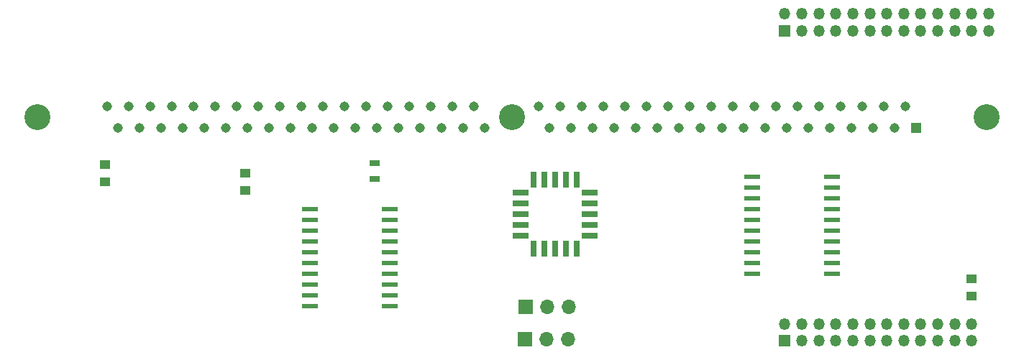
<source format=gbr>
%TF.GenerationSoftware,KiCad,Pcbnew,(5.1.9)-1*%
%TF.CreationDate,2021-01-17T12:11:35+11:00*%
%TF.ProjectId,SIMMCON,53494d4d-434f-44e2-9e6b-696361645f70,rev?*%
%TF.SameCoordinates,Original*%
%TF.FileFunction,Soldermask,Top*%
%TF.FilePolarity,Negative*%
%FSLAX46Y46*%
G04 Gerber Fmt 4.6, Leading zero omitted, Abs format (unit mm)*
G04 Created by KiCad (PCBNEW (5.1.9)-1) date 2021-01-17 12:11:35*
%MOMM*%
%LPD*%
G01*
G04 APERTURE LIST*
%ADD10R,1.300000X0.700000*%
%ADD11R,1.250000X1.000000*%
%ADD12R,0.700000X1.925000*%
%ADD13R,1.925000X0.700000*%
%ADD14R,1.950000X0.600000*%
%ADD15R,1.700000X1.700000*%
%ADD16O,1.700000X1.700000*%
%ADD17C,3.048000*%
%ADD18R,1.143000X1.143000*%
%ADD19C,1.143000*%
%ADD20R,1.350000X1.350000*%
%ADD21O,1.350000X1.350000*%
G04 APERTURE END LIST*
D10*
%TO.C,R1*%
X82931000Y-115890000D03*
X82931000Y-117790000D03*
%TD*%
D11*
%TO.C,C4*%
X67691000Y-117110000D03*
X67691000Y-119110000D03*
%TD*%
%TO.C,C3*%
X153162000Y-131556000D03*
X153162000Y-129556000D03*
%TD*%
%TO.C,C2*%
X51181000Y-116110000D03*
X51181000Y-118110000D03*
%TD*%
D12*
%TO.C,U0*%
X104140000Y-117867500D03*
X102870000Y-117867500D03*
X101600000Y-117867500D03*
X105410000Y-117867500D03*
X106680000Y-117867500D03*
D13*
X100087500Y-119380000D03*
X100087500Y-120650000D03*
X100087500Y-121920000D03*
X100087500Y-123190000D03*
X100087500Y-124460000D03*
D12*
X101600000Y-125972500D03*
X102870000Y-125972500D03*
X104140000Y-125972500D03*
X105410000Y-125972500D03*
X106680000Y-125972500D03*
D13*
X108192500Y-124460000D03*
X108192500Y-123190000D03*
X108192500Y-121920000D03*
X108192500Y-120650000D03*
X108192500Y-119380000D03*
%TD*%
D14*
%TO.C,U2*%
X75310000Y-121285000D03*
X75310000Y-122555000D03*
X75310000Y-123825000D03*
X75310000Y-125095000D03*
X75310000Y-126365000D03*
X75310000Y-127635000D03*
X75310000Y-128905000D03*
X75310000Y-130175000D03*
X75310000Y-131445000D03*
X75310000Y-132715000D03*
X84710000Y-132715000D03*
X84710000Y-131445000D03*
X84710000Y-130175000D03*
X84710000Y-128905000D03*
X84710000Y-127635000D03*
X84710000Y-126365000D03*
X84710000Y-125095000D03*
X84710000Y-123825000D03*
X84710000Y-122555000D03*
X84710000Y-121285000D03*
%TD*%
%TO.C,U1*%
X136780000Y-128905000D03*
X136780000Y-127635000D03*
X136780000Y-126365000D03*
X136780000Y-125095000D03*
X136780000Y-123825000D03*
X136780000Y-122555000D03*
X136780000Y-121285000D03*
X136780000Y-120015000D03*
X136780000Y-118745000D03*
X136780000Y-117475000D03*
X127380000Y-117475000D03*
X127380000Y-118745000D03*
X127380000Y-120015000D03*
X127380000Y-121285000D03*
X127380000Y-122555000D03*
X127380000Y-123825000D03*
X127380000Y-125095000D03*
X127380000Y-126365000D03*
X127380000Y-127635000D03*
X127380000Y-128905000D03*
%TD*%
D15*
%TO.C,JP2*%
X100711000Y-132842000D03*
D16*
X103251000Y-132842000D03*
X105791000Y-132842000D03*
%TD*%
D15*
%TO.C,JP1*%
X100584000Y-136652000D03*
D16*
X103124000Y-136652000D03*
X105664000Y-136652000D03*
%TD*%
D17*
%TO.C,SIMM72*%
X99060000Y-110490000D03*
X43180000Y-110490000D03*
X154940000Y-110490000D03*
D18*
X146685000Y-111760000D03*
D19*
X145415000Y-109220000D03*
X144145000Y-111760000D03*
X142875000Y-109220000D03*
X141605000Y-111760000D03*
X140335000Y-109220000D03*
X139065000Y-111760000D03*
X137795000Y-109220000D03*
X136525000Y-111760000D03*
X135255000Y-109220000D03*
X133985000Y-111760000D03*
X132715000Y-109220000D03*
X131445000Y-111760000D03*
X130175000Y-109220000D03*
X128905000Y-111760000D03*
X127635000Y-109220000D03*
X126365000Y-111760000D03*
X125095000Y-109220000D03*
X123825000Y-111760000D03*
X122555000Y-109220000D03*
X121285000Y-111760000D03*
X120015000Y-109220000D03*
X118745000Y-111760000D03*
X117475000Y-109220000D03*
X116205000Y-111760000D03*
X114935000Y-109220000D03*
X113665000Y-111760000D03*
X112395000Y-109220000D03*
X111125000Y-111760000D03*
X109855000Y-109220000D03*
X108585000Y-111760000D03*
X107315000Y-109220000D03*
X106045000Y-111760000D03*
X104775000Y-109220000D03*
X103505000Y-111760000D03*
X102235000Y-109220000D03*
X95885000Y-111760000D03*
X94615000Y-109220000D03*
X93345000Y-111760000D03*
X92075000Y-109220000D03*
X90805000Y-111760000D03*
X89535000Y-109220000D03*
X88265000Y-111760000D03*
X86995000Y-109220000D03*
X85725000Y-111760000D03*
X84455000Y-109220000D03*
X83185000Y-111760000D03*
X81915000Y-109220000D03*
X80645000Y-111760000D03*
X79375000Y-109220000D03*
X78105000Y-111760000D03*
X76835000Y-109220000D03*
X75565000Y-111760000D03*
X74295000Y-109220000D03*
X73025000Y-111760000D03*
X71755000Y-109220000D03*
X70485000Y-111760000D03*
X69215000Y-109220000D03*
X67945000Y-111760000D03*
X66675000Y-109220000D03*
X65405000Y-111760000D03*
X64135000Y-109220000D03*
X62865000Y-111760000D03*
X61595000Y-109220000D03*
X60325000Y-111760000D03*
X59055000Y-109220000D03*
X57785000Y-111760000D03*
X56515000Y-109220000D03*
X55245000Y-111760000D03*
X53975000Y-109220000D03*
X52705000Y-111760000D03*
X51435000Y-109220000D03*
%TD*%
D20*
%TO.C,J1*%
X131191000Y-100330000D03*
D21*
X131191000Y-98330000D03*
X133191000Y-100330000D03*
X133191000Y-98330000D03*
X135191000Y-100330000D03*
X135191000Y-98330000D03*
X137191000Y-100330000D03*
X137191000Y-98330000D03*
X139191000Y-100330000D03*
X139191000Y-98330000D03*
X141191000Y-100330000D03*
X141191000Y-98330000D03*
X143191000Y-100330000D03*
X143191000Y-98330000D03*
X145191000Y-100330000D03*
X145191000Y-98330000D03*
X147191000Y-100330000D03*
X147191000Y-98330000D03*
X149191000Y-100330000D03*
X149191000Y-98330000D03*
X151191000Y-100330000D03*
X151191000Y-98330000D03*
X153191000Y-100330000D03*
X153191000Y-98330000D03*
X155191000Y-100330000D03*
X155191000Y-98330000D03*
%TD*%
D20*
%TO.C,J2*%
X131191000Y-136842000D03*
D21*
X131191000Y-134842000D03*
X133191000Y-136842000D03*
X133191000Y-134842000D03*
X135191000Y-136842000D03*
X135191000Y-134842000D03*
X137191000Y-136842000D03*
X137191000Y-134842000D03*
X139191000Y-136842000D03*
X139191000Y-134842000D03*
X141191000Y-136842000D03*
X141191000Y-134842000D03*
X143191000Y-136842000D03*
X143191000Y-134842000D03*
X145191000Y-136842000D03*
X145191000Y-134842000D03*
X147191000Y-136842000D03*
X147191000Y-134842000D03*
X149191000Y-136842000D03*
X149191000Y-134842000D03*
X151191000Y-136842000D03*
X151191000Y-134842000D03*
X153191000Y-136842000D03*
X153191000Y-134842000D03*
%TD*%
M02*

</source>
